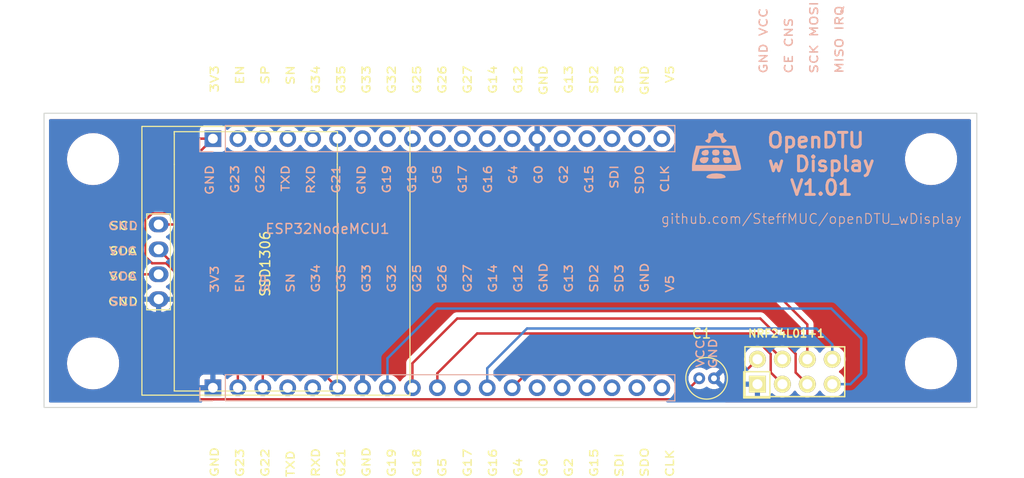
<source format=kicad_pcb>
(kicad_pcb (version 20211014) (generator pcbnew)
  (layers (0 "F.Cu" signal) (31 "B.Cu" signal) (34 "B.Paste" user) (35 "F.Paste" user) (36 "B.SilkS" user "B.Silkscreen") (37 "F.SilkS" user "F.Silkscreen") (38 "B.Mask" user) (39 "F.Mask" user) (44 "Edge.Cuts" user))
  (property "OpenDTUVer" "")
  (net 0 "")
  (net 1 "GND")
  (net 2 "PWR3x3")
  (net 3 "SCL")
  (net 4 "SDA")
  (net 28 "CE")
  (net 29 "IRQ")
  (net 31 "~{CSN}")
  (net 32 "SCK")
  (net 33 "MISO")
  (net 36 "MOSI")
  (footprint "MountingHole:MountingHole_4.3mm_M4" (layer "F.Cu") (at 180.34 74.676)
    (fp_text reference "REF**")
    (fp_text value "MountingHole_4.3mm_M4")
    (pad "" np_thru_hole circle (at 0 0) (size 4.3 4.3) (drill 4.3) (layers *.Cu *.Mask))
  )
  (footprint "special:NRF24L01" (layer "F.Cu") (at 161.134 99.148 180)
    (fp_text reference "NRF24L01+1" (at -4.474 6.692) (layer "F.SilkS") (effects (font (size 0.8 0.8) (thickness 0.16))))
    (fp_text value "NRF24L01+PA+LNA_Breakout" hide)
    (fp_line (start -7.874 0.254) (end -10.414 0.254) (layer "F.SilkS") (width 0.15))
    (fp_line (start -7.874 0.254) (end -0.254 0.254) (layer "F.SilkS") (width 0.15))
    (fp_line (start -10.414 0.254) (end -10.414 2.794) (layer "F.SilkS") (width 0.15))
    (fp_line (start -2.794 0.254) (end -2.794 2.794) (layer "F.SilkS") (width 0.15))
    (fp_line (start -10.414 5.334) (end -10.414 2.794) (layer "F.SilkS") (width 0.15))
    (fp_line (start -2.794 0.127) (end -0.127 0.127) (layer "F.SilkS") (width 0.15))
    (fp_line (start -0.254 0.254) (end -0.254 5.334) (layer "F.SilkS") (width 0.15))
    (fp_line (start -0.127 0.127) (end -0.127 2.794) (layer "F.SilkS") (width 0.15))
    (fp_line (start -2.794 2.794) (end -0.254 2.794) (layer "F.SilkS") (width 0.15))
    (fp_line (start -0.254 5.334) (end -10.414 5.334) (layer "F.SilkS") (width 0.15))
    (pad "1" thru_hole rect locked (at -1.524 1.524 180) (size 1.7272 1.7272) (drill 1.016) (layers *.Cu *.Mask "F.SilkS") (net 1 "GND"))
    (pad "2" thru_hole oval locked (at -1.524 4.064 180) (size 1.7272 1.7272) (drill 1.016) (layers *.Cu *.Mask "F.SilkS") (net 2 "PWR3x3"))
    (pad "3" thru_hole oval locked (at -4.064 1.524 180) (size 1.7272 1.7272) (drill 1.016) (layers *.Cu *.Mask "F.SilkS") (net 28 "CE"))
    (pad "4" thru_hole oval locked (at -4.064 4.064 180) (size 1.7272 1.7272) (drill 1.016) (layers *.Cu *.Mask "F.SilkS") (net 31 "~{CSN}"))
    (pad "5" thru_hole oval locked (at -6.604 1.524 180) (size 1.7272 1.7272) (drill 1.016) (layers *.Cu *.Mask "F.SilkS") (net 32 "SCK"))
    (pad "6" thru_hole oval locked (at -6.604 4.064 180) (size 1.7272 1.7272) (drill 1.016) (layers *.Cu *.Mask "F.SilkS") (net 36 "MOSI"))
    (pad "7" thru_hole oval locked (at -9.144 1.524 180) (size 1.7272 1.7272) (drill 1.016) (layers *.Cu *.Mask "F.SilkS") (net 33 "MISO"))
    (pad "8" thru_hole oval locked (at -9.144 4.064 180) (size 1.7272 1.7272) (drill 1.016) (layers *.Cu *.Mask "F.SilkS") (net 29 "IRQ"))
  )
  (footprint "MountingHole:MountingHole_4.3mm_M4" (layer "F.Cu") (at 94.996 74.676)
    (fp_text reference "REF**")
    (fp_text value "MountingHole_4.3mm_M4")
    (pad "" np_thru_hole circle (at 0 0) (size 4.3 4.3) (drill 4.3) (layers *.Cu *.Mask))
  )
  (footprint "MountingHole:MountingHole_4.3mm_M4" (layer "F.Cu") (at 180.34 95.504)
    (fp_text reference "REF**")
    (fp_text value "MountingHole_4.3mm_M4")
    (pad "" np_thru_hole circle (at 0 0) (size 4.3 4.3) (drill 4.3) (layers *.Cu *.Mask))
  )
  (footprint "SSD1306:128x64OLED" (layer "F.Cu") (at 112.268 85.344 90)
    (fp_text reference "SSD1306" (at 0 0.254 90) (layer "F.SilkS"))
    (fp_text value "SSD1306")
    (fp_line (start -12.978 7.595) (end -12.978 -9.005) (layer "F.SilkS") (width 0.12))
    (fp_line (start 10.122 -9.005) (end 13.208 -9.005) (layer "F.SilkS") (width 0.12))
    (fp_line (start -13.4 15) (end -13.4 -12.3) (layer "F.SilkS") (width 0.12))
    (fp_line (start -12.978 -9.005) (end 10.122 -9.005) (layer "F.SilkS") (width 0.12))
    (fp_line (start -13.4 -12.3) (end 14 -12.3) (layer "F.SilkS") (width 0.12))
    (fp_line (start 14 -12.3) (end 14 15) (layer "F.SilkS") (width 0.12))
    (fp_line (start 14 15) (end -13.4 15) (layer "F.SilkS") (width 0.12))
    (fp_line (start 10.122 7.595) (end -12.978 7.595) (layer "F.SilkS") (width 0.12))
    (fp_line (start 5.08 -11.811) (end 5.08 -9.398) (layer "F.SilkS") (width 0.12))
    (fp_line (start 10.122 7.595) (end 13.462 7.62) (layer "F.SilkS") (width 0.12))
    (fp_line (start 5.08 -9.398) (end -4.699 -9.398) (layer "F.SilkS") (width 0.12))
    (fp_line (start -4.699 -11.811) (end 5.08 -11.811) (layer "F.SilkS") (width 0.12))
    (fp_line (start 13.462 7.62) (end 13.462 -9.017) (layer "F.SilkS") (width 0.12))
    (fp_line (start -4.699 -11.811) (end -4.699 -9.398) (layer "F.SilkS") (width 0.12))
    (fp_line (start 13.462 -9.017) (end 13.208 -9.005) (layer "F.SilkS") (width 0.12))
    (pad "1" thru_hole oval locked (at -3.62 -10.6 180) (size 2 1.6) (drill 1) (layers *.Cu *.Mask) (net 1 "GND"))
    (pad "2" thru_hole oval locked (at -1.08 -10.6 180) (size 2 1.6) (drill 1) (layers *.Cu *.Mask) (net 2 "PWR3x3"))
    (pad "3" thru_hole oval locked (at 1.46 -10.6 180) (size 2 1.6) (drill 1) (layers *.Cu *.Mask) (net 3 "SCL"))
    (pad "4" thru_hole oval locked (at 4 -10.6 180) (size 2 1.6) (drill 1) (layers *.Cu *.Mask) (net 4 "SDA"))
  )
  (footprint "Capacitor_THT:C_Radial_D4.0mm_H5.0mm_P1.50mm" (layer "F.Cu") (at 156.73 97.028)
    (fp_text reference "C1" (at 0.242 -4.572) (layer "F.SilkS"))
    (fp_text value "10uF")
    (fp_circle (center 0.75 0) (end 2.87 0) (layer "F.SilkS") (width 0.12) (fill none))
    (pad "1" thru_hole circle (at 0 0) (size 1.2 1.2) (drill 0.6) (layers *.Cu *.Mask) (net 2 "PWR3x3"))
    (pad "2" thru_hole circle (at 1.5 0) (size 1.2 1.2) (drill 0.6) (layers *.Cu *.Mask) (net 1 "GND"))
  )
  (footprint "MountingHole:MountingHole_4.3mm_M4" (layer "F.Cu") (at 94.996 95.504)
    (fp_text reference "REF**")
    (fp_text value "MountingHole_4.3mm_M4")
    (pad "" np_thru_hole circle (at 0 0) (size 4.3 4.3) (drill 4.3) (layers *.Cu *.Mask))
  )
  (footprint "ESP32-NodeMCU_WROOM_32:ESP32-NodeMCU_WROOM_32" (layer "B.Cu") (at 107.198 72.5915 -90)
    (fp_text reference "ESP32NodeMCU1" (at 9.1965 -11.674) (layer "B.SilkS"))
    (fp_text value "ESP32NodeMCU" hide)
    (fp_line (start -1.33 -47.05) (end 1.33 -47.05) (layer "B.SilkS") (width 0.12))
    (fp_line (start 0 1.33) (end 1.33 1.33) (layer "B.SilkS") (width 0.12))
    (fp_line (start 26.73 -1.27) (end 26.73 -47.05) (layer "B.SilkS") (width 0.12))
    (fp_line (start -1.33 -1.27) (end -1.33 -47.05) (layer "B.SilkS") (width 0.12))
    (fp_line (start 25.4 1.33) (end 26.73 1.33) (layer "B.SilkS") (width 0.12))
    (fp_line (start 26.73 1.33) (end 26.73 0) (layer "B.SilkS") (width 0.12))
    (fp_line (start 24.07 -1.27) (end 26.73 -1.27) (layer "B.SilkS") (width 0.12))
    (fp_line (start 1.33 1.33) (end 1.33 0) (layer "B.SilkS") (width 0.12))
    (fp_line (start 24.07 -47.05) (end 26.73 -47.05) (layer "B.SilkS") (width 0.12))
    (fp_line (start 1.33 -1.27) (end 1.33 -47.05) (layer "B.SilkS") (width 0.12))
    (fp_line (start -1.33 -1.27) (end 1.33 -1.27) (layer "B.SilkS") (width 0.12))
    (fp_line (start 24.07 -1.27) (end 24.07 -47.05) (layer "B.SilkS") (width 0.12))
    (pad "1" thru_hole rect (at 0 0 270) (size 1.7 1.7) (drill 1) (layers *.Cu *.Mask) (net 2 "PWR3x3"))
    (pad "2" thru_hole oval (at 0 -2.54 270) (size 1.7 1.7) (drill 1) (layers *.Cu *.Mask))
    (pad "3" thru_hole oval (at 0 -5.08 270) (size 1.7 1.7) (drill 1) (layers *.Cu *.Mask))
    (pad "4" thru_hole oval (at 0 -7.62 270) (size 1.7 1.7) (drill 1) (layers *.Cu *.Mask))
    (pad "5" thru_hole oval (at 0 -10.16 270) (size 1.7 1.7) (drill 1) (layers *.Cu *.Mask))
    (pad "6" thru_hole oval (at 0 -12.7 270) (size 1.7 1.7) (drill 1) (layers *.Cu *.Mask))
    (pad "7" thru_hole oval (at 0 -15.24 270) (size 1.7 1.7) (drill 1) (layers *.Cu *.Mask))
    (pad "8" thru_hole oval (at 0 -17.78 270) (size 1.7 1.7) (drill 1) (layers *.Cu *.Mask))
    (pad "9" thru_hole oval (at 0 -20.32 270) (size 1.7 1.7) (drill 1) (layers *.Cu *.Mask))
    (pad "10" thru_hole oval (at 0 -22.86 270) (size 1.7 1.7) (drill 1) (layers *.Cu *.Mask))
    (pad "11" thru_hole oval (at 0 -25.4 270) (size 1.7 1.7) (drill 1) (layers *.Cu *.Mask))
    (pad "12" thru_hole oval (at 0 -27.94 270) (size 1.7 1.7) (drill 1) (layers *.Cu *.Mask))
    (pad "13" thru_hole oval (at 0 -30.48 270) (size 1.7 1.7) (drill 1) (layers *.Cu *.Mask))
    (pad "14" thru_hole oval (at 0 -33.02 270) (size 1.7 1.7) (drill 1) (layers *.Cu *.Mask) (net 1 "GND"))
    (pad "15" thru_hole oval (at 0 -35.56 270) (size 1.7 1.7) (drill 1) (layers *.Cu *.Mask))
    (pad "16" thru_hole oval (at 0 -38.1 270) (size 1.7 1.7) (drill 1) (layers *.Cu *.Mask))
    (pad "17" thru_hole oval (at 0 -40.64 270) (size 1.7 1.7) (drill 1) (layers *.Cu *.Mask))
    (pad "18" thru_hole oval (at 0 -43.18 270) (size 1.7 1.7) (drill 1) (layers *.Cu *.Mask))
    (pad "19" thru_hole oval (at 0 -45.72 270) (size 1.7 1.7) (drill 1) (layers *.Cu *.Mask))
    (pad "20" thru_hole oval (at 25.4 -45.72 270) (size 1.7 1.7) (drill 1) (layers *.Cu *.Mask))
    (pad "21" thru_hole oval (at 25.4 -43.18 270) (size 1.7 1.7) (drill 1) (layers *.Cu *.Mask))
    (pad "22" thru_hole oval (at 25.4 -40.64 270) (size 1.7 1.7) (drill 1) (layers *.Cu *.Mask))
    (pad "23" thru_hole oval (at 25.4 -38.1 270) (size 1.7 1.7) (drill 1) (layers *.Cu *.Mask))
    (pad "24" thru_hole oval (at 25.4 -35.56 270) (size 1.7 1.7) (drill 1) (layers *.Cu *.Mask))
    (pad "25" thru_hole oval (at 25.4 -33.02 270) (size 1.7 1.7) (drill 1) (layers *.Cu *.Mask))
    (pad "26" thru_hole oval (at 25.4 -30.48 270) (size 1.7 1.7) (drill 1) (layers *.Cu *.Mask) (net 28 "CE"))
    (pad "27" thru_hole oval (at 25.4 -27.94 270) (size 1.7 1.7) (drill 1) (layers *.Cu *.Mask) (net 29 "IRQ"))
    (pad "28" thru_hole oval (at 25.4 -25.4 270) (size 1.7 1.7) (drill 1) (layers *.Cu *.Mask))
    (pad "29" thru_hole oval (at 25.4 -22.86 270) (size 1.7 1.7) (drill 1) (layers *.Cu *.Mask) (net 31 "~{CSN}"))
    (pad "30" thru_hole oval (at 25.4 -20.32 270) (size 1.7 1.7) (drill 1) (layers *.Cu *.Mask) (net 32 "SCK"))
    (pad "31" thru_hole oval (at 25.4 -17.78 270) (size 1.7 1.7) (drill 1) (layers *.Cu *.Mask) (net 33 "MISO"))
    (pad "32" thru_hole oval (at 25.4 -15.24 270) (size 1.7 1.7) (drill 1) (layers *.Cu *.Mask) (net 1 "GND"))
    (pad "33" thru_hole oval (at 25.4 -12.7 270) (size 1.7 1.7) (drill 1) (layers *.Cu *.Mask) (net 4 "SDA"))
    (pad "34" thru_hole oval (at 25.4 -10.16 270) (size 1.7 1.7) (drill 1) (layers *.Cu *.Mask))
    (pad "35" thru_hole oval (at 25.4 -7.62 270) (size 1.7 1.7) (drill 1) (layers *.Cu *.Mask))
    (pad "36" thru_hole oval (at 25.4 -5.08 270) (size 1.7 1.7) (drill 1) (layers *.Cu *.Mask) (net 3 "SCL"))
    (pad "37" thru_hole oval (at 25.4 -2.54 270) (size 1.7 1.7) (drill 1) (layers *.Cu *.Mask) (net 36 "MOSI"))
    (pad "38" thru_hole rect (at 25.4 0 270) (size 1.7 1.7) (drill 1) (layers *.Cu *.Mask) (net 1 "GND"))
  )
  (footprint "OpenDTU_logo_KiCad:OpenDTU" (layer "B.Cu") (at 158.496 74.168 180)
    (fp_text reference "G***" hide)
    (fp_text value "LOGO" hide)
    (fp_poly (pts (xy 2.299385 0.078395) (xy 2.421598 -0.492748) (xy 2.495724 -1.030653) (xy 2.505618 -1.215124) (xy 2.508642 -1.724692) (xy 0 -1.724692) (xy -0.941879 -1.722038) (xy -1.61461 -1.710832) (xy -2.062601 -1.686206) (xy -2.330263 -1.643291) (xy -2.462004 -1.57722) (xy -2.502234 -1.483124) (xy -2.503133 -1.450309) (xy -2.459553 -1.163563) (xy -2.444629 -1.097531) (xy -2.023272 -1.097531) (xy 2.180063 -1.097531) (xy 1.954075 -0.352778) (xy 1.822578 0.101513) (xy 1.740235 0.426208) (xy 1.726389 0.509567) (xy 1.582085 0.560363) (xy 1.203468 0.596515) (xy 0.669462 0.618023) (xy 0.058992 0.624889) (xy -0.549018 0.61711) (xy -1.075643 0.594689) (xy -1.441958 0.557624) (xy -1.569598 0.509567) (xy -1.612837 0.302061) (xy -1.721053 -0.094978) (xy -1.797284 -0.352778) (xy -2.023272 -1.097531) (xy -2.444629 -1.097531) (xy -2.351118 -0.683771) (xy -2.21273 -0.156791) (xy -1.927835 0.862345) (xy 2.096176 0.862345)) (layer "B.SilkS") (width 0) (fill solid))
    (fp_poly (pts (xy -0.748375 -0.348449) (xy -0.665867 -0.477691) (xy -0.68878 -0.561589) (xy -0.771796 -0.81153) (xy -0.78395 -0.87517) (xy -0.918528 -0.92452) (xy -1.175925 -0.940741) (xy -1.483298 -0.867247) (xy -1.567901 -0.627161) (xy -1.49707 -0.40074) (xy -1.230379 -0.318179) (xy -1.080756 -0.313581)) (layer "B.SilkS") (width 0) (fill solid))
    (fp_poly (pts (xy 0.197653 2.420731) (xy 0.243209 2.307981) (xy 0.448553 2.105005) (xy 0.632735 2.118435) (xy 0.83592 2.129516) (xy 0.840075 1.923775) (xy 0.831564 1.889828) (xy 0.864078 1.578827) (xy 1.014494 1.469591) (xy 1.185047 1.359649) (xy 1.07148 1.234902) (xy 0.784278 1.111787) (xy 0.641598 1.249186) (xy 0.598868 1.450308) (xy 0.487746 1.710445) (xy 0.195461 1.799875) (xy 0.078396 1.803086) (xy -0.276355 1.747453) (xy -0.425376 1.537765) (xy -0.442077 1.450308) (xy -0.533909 1.154891) (xy -0.73058 1.135615) (xy -0.920354 1.238403) (xy -1.039742 1.373366) (xy -0.881839 1.516021) (xy -0.856934 1.530173) (xy -0.660343 1.774056) (xy -0.680346 1.95072) (xy -0.701519 2.138735) (xy -0.501915 2.126537) (xy -0.48102 2.120046) (xy -0.159859 2.149774) (xy -0.02218 2.305782) (xy 0.110333 2.502009)) (layer "B.SilkS") (width 0) (fill solid))
    (fp_poly (pts (xy 0.462145 -1.991028) (xy 0.849105 -2.106347) (xy 1.057522 -2.306897) (xy 1.059492 -2.312655) (xy 1.002314 -2.424687) (xy 0.713849 -2.48737) (xy 0.15554 -2.508511) (xy 0.091461 -2.508642) (xy -0.462275 -2.486004) (xy -0.827689 -2.424981) (xy -0.94074 -2.347972) (xy -0.8048 -2.139411) (xy -0.461327 -2.009264) (xy -0.006838 -1.959235)) (layer "B.SilkS") (width 0) (fill solid))
    (fp_poly (pts (xy 1.598618 -0.362859) (xy 1.719839 -0.546214) (xy 1.724692 -0.627161) (xy 1.605093 -0.860173) (xy 1.334134 -0.948143) (xy 1.043571 -0.880853) (xy 0.879121 -0.692733) (xy 0.800441 -0.43498) (xy 0.887253 -0.332445) (xy 1.210328 -0.313614) (xy 1.254321 -0.313581)) (layer "B.SilkS") (width 0) (fill solid))
    (fp_poly (pts (xy 1.135127 0.442077) (xy 1.444467 0.309241) (xy 1.550554 0.096401) (xy 1.444314 -0.092545) (xy 1.187423 -0.156791) (xy 0.876189 -0.089436) (xy 0.784104 0.151484) (xy 0.783951 0.167695) (xy 0.8592 0.411325) (xy 1.133567 0.442299)) (layer "B.SilkS") (width 0) (fill solid))
    (fp_poly (pts (xy 0.385768 -0.387075) (xy 0.470371 -0.627161) (xy 0.378503 -0.873059) (xy 0.078396 -0.940741) (xy -0.228977 -0.867247) (xy -0.31358 -0.627161) (xy -0.221712 -0.381263) (xy 0.078396 -0.313581)) (layer "B.SilkS") (width 0) (fill solid))
    (fp_poly (pts (xy -0.703046 0.411824) (xy -0.627161 0.169136) (xy -0.62716 0.167695) (xy -0.71091 -0.08261) (xy -1.010475 -0.156668) (xy -1.030632 -0.156791) (xy -1.328568 -0.099472) (xy -1.384683 0.101293) (xy -1.381808 0.117592) (xy -1.202873 0.354582) (xy -0.978336 0.442077)) (layer "B.SilkS") (width 0) (fill solid))
    (fp_poly (pts (xy 0.385768 0.396876) (xy 0.470371 0.15679) (xy 0.378503 -0.089108) (xy 0.078396 -0.156791) (xy -0.228977 -0.083296) (xy -0.31358 0.15679) (xy -0.221712 0.402688) (xy 0.078396 0.47037)) (layer "B.SilkS") (width 0) (fill solid))
  )
  (gr_rect (start 90 70) (end 185 100) (layer "Edge.Cuts") (width 0.1) (fill none))
  (gr_text "OpenDTU \nw Display\nV1.01" (at 169.164 75.184) (layer "B.SilkS") (effects (font (size 1.5 1.5) (thickness 0.3))))
  (gr_text "GND VCC\n\nCE CNS\n\nSCK MOSI\n\nMISO IRQ" (at 167.132 66.04 90) (layer "B.SilkS") (effects (font (size 0.8 1)) (justify left)))
  (gr_text "GND\n\nVCC\n\nSDA\n\nSCL" (at 98.044 85.344) (layer "B.SilkS") (effects (font (size 0.8 1))))
  (gr_text "VCC\nGND" (at 157.48 94.488 90) (layer "B.SilkS") (effects (font (size 0.8 1))))
  (gr_text "github.com/SteffMUC/openDTU_wDisplay" (at 168.148 80.772) (layer "B.SilkS") (effects (font (size 1 1) (thickness 0.1))))
  (gr_text "3V3\n\nEN\n\nSP\n\nSN\n\nG34\n\nG35\n\nG33\n\nG32\n\nG25\n\nG26\n\nG27\n\nG14\n\nG12\n\nGND\n\nG13\n\nSD2\n\nSD3\n\nGND\n\nV5" (at 130.556 88.392 90) (layer "B.SilkS") (effects (font (size 0.8 1)) (justify left)))
  (gr_text "GND\n\nG23\n\nG22\n\nTXD\n\nRXD\n\nG21\n\nGND\n\nG19\n\nG18\n\nG5\n\nG17\n\nG16\n\nG4\n\nG0\n\nG2\n\nG15\n\nSDI\n\nSDO\n\nCLK" (at 130.048 75.184 90) (layer "B.SilkS") (effects (font (size 0.8 1)) (justify right)))
  (gr_text "3V3\n\nEN\n\nSP\n\nSN\n\nG34\n\nG35\n\nG33\n\nG32\n\nG25\n\nG26\n\nG27\n\nG14\n\nG12\n\nGND\n\nG13\n\nSD2\n\nSD3\n\nGND\n\nV5" (at 130.556 65.024 90) (layer "F.SilkS") (effects (font (size 0.8 1)) (justify right)))
  (gr_text "SCL\n\nSDA\n\nVCC\n\nGND" (at 98.044 85.344) (layer "F.SilkS") (effects (font (size 0.8 1))))
  (gr_text "GND\n\nG23\n\nG22\n\nTXD\n\nRXD\n\nG21\n\nGND\n\nG19\n\nG18\n\nG5\n\nG17\n\nG16\n\nG4\n\nG0\n\nG2\n\nG15\n\nSDI\n\nSDO\n\nCLK" (at 130.556 107.188 90) (layer "F.SilkS") (effects (font (size 0.8 1)) (justify left)))
  (segment (start 107.198 72.5915) (end 105.2085 72.5915) (width 0.25) (layer "F.Cu") (net 2))
  (segment (start 97.028 80.772) (end 97.028 92.456) (width 0.25) (layer "F.Cu") (net 2))
  (segment (start 155.3415 99.1665) (end 158.5755 99.1665) (width 0.25) (layer "F.Cu") (net 2))
  (segment (start 158.5755 99.1665) (end 162.658 95.084) (width 0.25) (layer "F.Cu") (net 2))
  (segment (start 103.7385 99.1665) (end 155.3415 99.1665) (width 0.25) (layer "F.Cu") (net 2))
  (segment (start 98.552 81.2375) (end 107.198 72.5915) (width 0.25) (layer "F.Cu") (net 2))
  (segment (start 98.552 84.836) (end 98.552 81.2375) (width 0.25) (layer "F.Cu") (net 2))
  (segment (start 97.028 92.456) (end 103.7385 99.1665) (width 0.25) (layer "F.Cu") (net 2))
  (segment (start 101.668 86.424) (end 100.14 86.424) (width 0.25) (layer "F.Cu") (net 2))
  (segment (start 156.73 97.028) (end 155.3415 98.4165) (width 0.25) (layer "F.Cu") (net 2))
  (segment (start 105.2085 72.5915) (end 97.028 80.772) (width 0.25) (layer "F.Cu") (net 2))
  (segment (start 155.3415 98.4165) (end 155.3415 99.1665) (width 0.25) (layer "F.Cu") (net 2))
  (segment (start 100.14 86.424) (end 98.552 84.836) (width 0.25) (layer "F.Cu") (net 2))
  (segment (start 112.278 94.494) (end 112.278 97.9915) (width 0.25) (layer "F.Cu") (net 3))
  (segment (start 101.668 83.884) (end 112.278 94.494) (width 0.25) (layer "F.Cu") (net 3))
  (segment (start 101.668 81.344) (end 103.2505 81.344) (width 0.25) (layer "F.Cu") (net 4))
  (segment (start 103.2505 81.344) (end 119.898 97.9915) (width 0.25) (layer "F.Cu") (net 4))
  (segment (start 164.0094 96.4354) (end 164.0094 94.562601) (width 0.25) (layer "F.Cu") (net 28))
  (segment (start 165.198 97.624) (end 164.0094 96.4354) (width 0.25) (layer "F.Cu") (net 28))
  (segment (start 164.0094 94.562601) (end 162.918799 93.472) (width 0.25) (layer "F.Cu") (net 28))
  (segment (start 142.1975 93.472) (end 137.678 97.9915) (width 0.25) (layer "F.Cu") (net 28))
  (segment (start 162.918799 93.472) (end 142.1975 93.472) (width 0.25) (layer "F.Cu") (net 28))
  (segment (start 168.656 91.948) (end 139.192 91.948) (width 0.25) (layer "B.Cu") (net 29))
  (segment (start 135.138 96.002) (end 135.138 97.9915) (width 0.25) (layer "B.Cu") (net 29))
  (segment (start 139.192 91.948) (end 135.138 96.002) (width 0.25) (layer "B.Cu") (net 29))
  (segment (start 170.278 93.57) (end 168.656 91.948) (width 0.25) (layer "B.Cu") (net 29))
  (segment (start 170.278 95.084) (end 170.278 93.57) (width 0.25) (layer "B.Cu") (net 29))
  (segment (start 162.57 92.456) (end 134.112 92.456) (width 0.25) (layer "F.Cu") (net 31))
  (segment (start 134.112 92.456) (end 130.058 96.51) (width 0.25) (layer "F.Cu") (net 31))
  (segment (start 165.198 95.084) (end 162.57 92.456) (width 0.25) (layer "F.Cu") (net 31))
  (segment (start 130.058 96.51) (end 130.058 97.9915) (width 0.25) (layer "F.Cu") (net 31))
  (segment (start 162.949604 90.932) (end 132.08 90.932) (width 0.25) (layer "F.Cu") (net 32))
  (segment (start 132.08 90.932) (end 127.518 95.494) (width 0.25) (layer "F.Cu") (net 32))
  (segment (start 166.5494 94.531796) (end 162.949604 90.932) (width 0.25) (layer "F.Cu") (net 32))
  (segment (start 127.518 95.494) (end 127.518 97.9915) (width 0.25) (layer "F.Cu") (net 32))
  (segment (start 167.738 97.624) (end 166.5494 96.4354) (width 0.25) (layer "F.Cu") (net 32))
  (segment (start 166.5494 96.4354) (end 166.5494 94.531796) (width 0.25) (layer "F.Cu") (net 32))
  (segment (start 172.124 97.624) (end 173.228 96.52) (width 0.25) (layer "B.Cu") (net 33))
  (segment (start 173.228 96.52) (end 173.228 92.964) (width 0.25) (layer "B.Cu") (net 33))
  (segment (start 170.18 89.916) (end 130.048 89.916) (width 0.25) (layer "B.Cu") (net 33))
  (segment (start 170.278 97.624) (end 172.124 97.624) (width 0.25) (layer "B.Cu") (net 33))
  (segment (start 173.228 92.964) (end 170.18 89.916) (width 0.25) (layer "B.Cu") (net 33))
  (segment (start 130.048 89.916) (end 124.978 94.986) (width 0.25) (layer "B.Cu") (net 33))
  (segment (start 124.978 94.986) (end 124.978 97.9915) (width 0.25) (layer "B.Cu") (net 33))
  (segment (start 100.343 80.87801) (end 100.343 84.63999) (width 0.25) (layer "F.Cu") (net 36))
  (segment (start 167.738 95.084) (end 167.738 91.538) (width 0.25) (layer "F.Cu") (net 36))
  (segment (start 101.00201 80.219) (end 100.343 80.87801) (width 0.25) (layer "F.Cu") (net 36))
  (segment (start 100.343 84.63999) (end 101.00201 85.299) (width 0.25) (layer "F.Cu") (net 36))
  (segment (start 156.419 80.219) (end 101.00201 80.219) (width 0.25) (layer "F.Cu") (net 36))
  (segment (start 102.446604 85.299) (end 109.738 92.590396) (width 0.25) (layer "F.Cu") (net 36))
  (segment (start 101.00201 85.299) (end 102.446604 85.299) (width 0.25) (layer "F.Cu") (net 36))
  (segment (start 109.738 92.590396) (end 109.738 97.9915) (width 0.25) (layer "F.Cu") (net 36))
  (segment (start 167.738 91.538) (end 156.419 80.219) (width 0.25) (layer "F.Cu") (net 36))
  (zone (net 1) (net_name "GND") (layers F&B.Cu) (connect_pads (clearance 0.508)) (min_thickness 0.254) (fill yes (thermal_gap 0.508) (thermal_bridge_width 0.508))
    (polygon (pts (xy 184.404 99.568) (xy 90.424 99.568) (xy 90.424 70.612) (xy 184.404 70.612)))
  )
  (zone (net 1) (net_name "GND") (layer "B.Cu") (connect_pads (clearance 0.508)) (min_thickness 0.254) (fill yes (thermal_gap 0.508) (thermal_bridge_width 0.508))
    (polygon (pts (xy 184.404 99.06) (xy 90.424 99.568) (xy 90.424 70.612) (xy 184.404 70.612)))
  )
)
</source>
